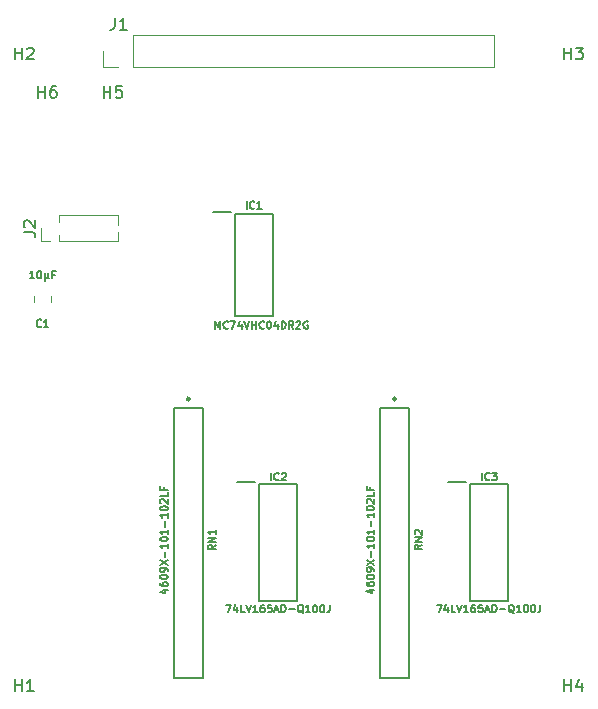
<source format=gbr>
%TF.GenerationSoftware,KiCad,Pcbnew,(6.0.5)*%
%TF.CreationDate,2022-08-15T11:20:58+02:00*%
%TF.ProjectId,Keypad,4b657970-6164-42e6-9b69-6361645f7063,rev?*%
%TF.SameCoordinates,Original*%
%TF.FileFunction,Legend,Top*%
%TF.FilePolarity,Positive*%
%FSLAX46Y46*%
G04 Gerber Fmt 4.6, Leading zero omitted, Abs format (unit mm)*
G04 Created by KiCad (PCBNEW (6.0.5)) date 2022-08-15 11:20:58*
%MOMM*%
%LPD*%
G01*
G04 APERTURE LIST*
%ADD10C,0.150000*%
%ADD11C,0.120000*%
%ADD12C,0.200000*%
%ADD13C,0.254000*%
G04 APERTURE END LIST*
D10*
%TO.C,J2*%
X142207380Y-101333333D02*
X142921666Y-101333333D01*
X143064523Y-101380952D01*
X143159761Y-101476190D01*
X143207380Y-101619047D01*
X143207380Y-101714285D01*
X142302619Y-100904761D02*
X142255000Y-100857142D01*
X142207380Y-100761904D01*
X142207380Y-100523809D01*
X142255000Y-100428571D01*
X142302619Y-100380952D01*
X142397857Y-100333333D01*
X142493095Y-100333333D01*
X142635952Y-100380952D01*
X143207380Y-100952380D01*
X143207380Y-100333333D01*
%TO.C,IC1*%
X161080119Y-99347261D02*
X161080119Y-98712261D01*
X161745357Y-99286785D02*
X161715119Y-99317023D01*
X161624404Y-99347261D01*
X161563928Y-99347261D01*
X161473214Y-99317023D01*
X161412738Y-99256547D01*
X161382500Y-99196071D01*
X161352261Y-99075119D01*
X161352261Y-98984404D01*
X161382500Y-98863452D01*
X161412738Y-98802976D01*
X161473214Y-98742500D01*
X161563928Y-98712261D01*
X161624404Y-98712261D01*
X161715119Y-98742500D01*
X161745357Y-98772738D01*
X162350119Y-99347261D02*
X161987261Y-99347261D01*
X162168690Y-99347261D02*
X162168690Y-98712261D01*
X162108214Y-98802976D01*
X162047738Y-98863452D01*
X161987261Y-98893690D01*
X158419166Y-109507261D02*
X158419166Y-108872261D01*
X158630833Y-109325833D01*
X158842500Y-108872261D01*
X158842500Y-109507261D01*
X159507738Y-109446785D02*
X159477500Y-109477023D01*
X159386785Y-109507261D01*
X159326309Y-109507261D01*
X159235595Y-109477023D01*
X159175119Y-109416547D01*
X159144880Y-109356071D01*
X159114642Y-109235119D01*
X159114642Y-109144404D01*
X159144880Y-109023452D01*
X159175119Y-108962976D01*
X159235595Y-108902500D01*
X159326309Y-108872261D01*
X159386785Y-108872261D01*
X159477500Y-108902500D01*
X159507738Y-108932738D01*
X159719404Y-108872261D02*
X160142738Y-108872261D01*
X159870595Y-109507261D01*
X160656785Y-109083928D02*
X160656785Y-109507261D01*
X160505595Y-108842023D02*
X160354404Y-109295595D01*
X160747500Y-109295595D01*
X160898690Y-108872261D02*
X161110357Y-109507261D01*
X161322023Y-108872261D01*
X161533690Y-109507261D02*
X161533690Y-108872261D01*
X161533690Y-109174642D02*
X161896547Y-109174642D01*
X161896547Y-109507261D02*
X161896547Y-108872261D01*
X162561785Y-109446785D02*
X162531547Y-109477023D01*
X162440833Y-109507261D01*
X162380357Y-109507261D01*
X162289642Y-109477023D01*
X162229166Y-109416547D01*
X162198928Y-109356071D01*
X162168690Y-109235119D01*
X162168690Y-109144404D01*
X162198928Y-109023452D01*
X162229166Y-108962976D01*
X162289642Y-108902500D01*
X162380357Y-108872261D01*
X162440833Y-108872261D01*
X162531547Y-108902500D01*
X162561785Y-108932738D01*
X162954880Y-108872261D02*
X163015357Y-108872261D01*
X163075833Y-108902500D01*
X163106071Y-108932738D01*
X163136309Y-108993214D01*
X163166547Y-109114166D01*
X163166547Y-109265357D01*
X163136309Y-109386309D01*
X163106071Y-109446785D01*
X163075833Y-109477023D01*
X163015357Y-109507261D01*
X162954880Y-109507261D01*
X162894404Y-109477023D01*
X162864166Y-109446785D01*
X162833928Y-109386309D01*
X162803690Y-109265357D01*
X162803690Y-109114166D01*
X162833928Y-108993214D01*
X162864166Y-108932738D01*
X162894404Y-108902500D01*
X162954880Y-108872261D01*
X163710833Y-109083928D02*
X163710833Y-109507261D01*
X163559642Y-108842023D02*
X163408452Y-109295595D01*
X163801547Y-109295595D01*
X164043452Y-109507261D02*
X164043452Y-108872261D01*
X164194642Y-108872261D01*
X164285357Y-108902500D01*
X164345833Y-108962976D01*
X164376071Y-109023452D01*
X164406309Y-109144404D01*
X164406309Y-109235119D01*
X164376071Y-109356071D01*
X164345833Y-109416547D01*
X164285357Y-109477023D01*
X164194642Y-109507261D01*
X164043452Y-109507261D01*
X165041309Y-109507261D02*
X164829642Y-109204880D01*
X164678452Y-109507261D02*
X164678452Y-108872261D01*
X164920357Y-108872261D01*
X164980833Y-108902500D01*
X165011071Y-108932738D01*
X165041309Y-108993214D01*
X165041309Y-109083928D01*
X165011071Y-109144404D01*
X164980833Y-109174642D01*
X164920357Y-109204880D01*
X164678452Y-109204880D01*
X165283214Y-108932738D02*
X165313452Y-108902500D01*
X165373928Y-108872261D01*
X165525119Y-108872261D01*
X165585595Y-108902500D01*
X165615833Y-108932738D01*
X165646071Y-108993214D01*
X165646071Y-109053690D01*
X165615833Y-109144404D01*
X165252976Y-109507261D01*
X165646071Y-109507261D01*
X166250833Y-108902500D02*
X166190357Y-108872261D01*
X166099642Y-108872261D01*
X166008928Y-108902500D01*
X165948452Y-108962976D01*
X165918214Y-109023452D01*
X165887976Y-109144404D01*
X165887976Y-109235119D01*
X165918214Y-109356071D01*
X165948452Y-109416547D01*
X166008928Y-109477023D01*
X166099642Y-109507261D01*
X166160119Y-109507261D01*
X166250833Y-109477023D01*
X166281071Y-109446785D01*
X166281071Y-109235119D01*
X166160119Y-109235119D01*
%TO.C,H5*%
X148988095Y-89952380D02*
X148988095Y-88952380D01*
X148988095Y-89428571D02*
X149559523Y-89428571D01*
X149559523Y-89952380D02*
X149559523Y-88952380D01*
X150511904Y-88952380D02*
X150035714Y-88952380D01*
X149988095Y-89428571D01*
X150035714Y-89380952D01*
X150130952Y-89333333D01*
X150369047Y-89333333D01*
X150464285Y-89380952D01*
X150511904Y-89428571D01*
X150559523Y-89523809D01*
X150559523Y-89761904D01*
X150511904Y-89857142D01*
X150464285Y-89904761D01*
X150369047Y-89952380D01*
X150130952Y-89952380D01*
X150035714Y-89904761D01*
X149988095Y-89857142D01*
%TO.C,IC3*%
X180990119Y-122334261D02*
X180990119Y-121699261D01*
X181655357Y-122273785D02*
X181625119Y-122304023D01*
X181534404Y-122334261D01*
X181473928Y-122334261D01*
X181383214Y-122304023D01*
X181322738Y-122243547D01*
X181292500Y-122183071D01*
X181262261Y-122062119D01*
X181262261Y-121971404D01*
X181292500Y-121850452D01*
X181322738Y-121789976D01*
X181383214Y-121729500D01*
X181473928Y-121699261D01*
X181534404Y-121699261D01*
X181625119Y-121729500D01*
X181655357Y-121759738D01*
X181867023Y-121699261D02*
X182260119Y-121699261D01*
X182048452Y-121941166D01*
X182139166Y-121941166D01*
X182199642Y-121971404D01*
X182229880Y-122001642D01*
X182260119Y-122062119D01*
X182260119Y-122213309D01*
X182229880Y-122273785D01*
X182199642Y-122304023D01*
X182139166Y-122334261D01*
X181957738Y-122334261D01*
X181897261Y-122304023D01*
X181867023Y-122273785D01*
X177195238Y-132875261D02*
X177618571Y-132875261D01*
X177346428Y-133510261D01*
X178132619Y-133086928D02*
X178132619Y-133510261D01*
X177981428Y-132845023D02*
X177830238Y-133298595D01*
X178223333Y-133298595D01*
X178767619Y-133510261D02*
X178465238Y-133510261D01*
X178465238Y-132875261D01*
X178888571Y-132875261D02*
X179100238Y-133510261D01*
X179311904Y-132875261D01*
X179856190Y-133510261D02*
X179493333Y-133510261D01*
X179674761Y-133510261D02*
X179674761Y-132875261D01*
X179614285Y-132965976D01*
X179553809Y-133026452D01*
X179493333Y-133056690D01*
X180400476Y-132875261D02*
X180279523Y-132875261D01*
X180219047Y-132905500D01*
X180188809Y-132935738D01*
X180128333Y-133026452D01*
X180098095Y-133147404D01*
X180098095Y-133389309D01*
X180128333Y-133449785D01*
X180158571Y-133480023D01*
X180219047Y-133510261D01*
X180340000Y-133510261D01*
X180400476Y-133480023D01*
X180430714Y-133449785D01*
X180460952Y-133389309D01*
X180460952Y-133238119D01*
X180430714Y-133177642D01*
X180400476Y-133147404D01*
X180340000Y-133117166D01*
X180219047Y-133117166D01*
X180158571Y-133147404D01*
X180128333Y-133177642D01*
X180098095Y-133238119D01*
X181035476Y-132875261D02*
X180733095Y-132875261D01*
X180702857Y-133177642D01*
X180733095Y-133147404D01*
X180793571Y-133117166D01*
X180944761Y-133117166D01*
X181005238Y-133147404D01*
X181035476Y-133177642D01*
X181065714Y-133238119D01*
X181065714Y-133389309D01*
X181035476Y-133449785D01*
X181005238Y-133480023D01*
X180944761Y-133510261D01*
X180793571Y-133510261D01*
X180733095Y-133480023D01*
X180702857Y-133449785D01*
X181307619Y-133328833D02*
X181610000Y-133328833D01*
X181247142Y-133510261D02*
X181458809Y-132875261D01*
X181670476Y-133510261D01*
X181882142Y-133510261D02*
X181882142Y-132875261D01*
X182033333Y-132875261D01*
X182124047Y-132905500D01*
X182184523Y-132965976D01*
X182214761Y-133026452D01*
X182245000Y-133147404D01*
X182245000Y-133238119D01*
X182214761Y-133359071D01*
X182184523Y-133419547D01*
X182124047Y-133480023D01*
X182033333Y-133510261D01*
X181882142Y-133510261D01*
X182517142Y-133268357D02*
X183000952Y-133268357D01*
X183726666Y-133570738D02*
X183666190Y-133540500D01*
X183605714Y-133480023D01*
X183515000Y-133389309D01*
X183454523Y-133359071D01*
X183394047Y-133359071D01*
X183424285Y-133510261D02*
X183363809Y-133480023D01*
X183303333Y-133419547D01*
X183273095Y-133298595D01*
X183273095Y-133086928D01*
X183303333Y-132965976D01*
X183363809Y-132905500D01*
X183424285Y-132875261D01*
X183545238Y-132875261D01*
X183605714Y-132905500D01*
X183666190Y-132965976D01*
X183696428Y-133086928D01*
X183696428Y-133298595D01*
X183666190Y-133419547D01*
X183605714Y-133480023D01*
X183545238Y-133510261D01*
X183424285Y-133510261D01*
X184301190Y-133510261D02*
X183938333Y-133510261D01*
X184119761Y-133510261D02*
X184119761Y-132875261D01*
X184059285Y-132965976D01*
X183998809Y-133026452D01*
X183938333Y-133056690D01*
X184694285Y-132875261D02*
X184754761Y-132875261D01*
X184815238Y-132905500D01*
X184845476Y-132935738D01*
X184875714Y-132996214D01*
X184905952Y-133117166D01*
X184905952Y-133268357D01*
X184875714Y-133389309D01*
X184845476Y-133449785D01*
X184815238Y-133480023D01*
X184754761Y-133510261D01*
X184694285Y-133510261D01*
X184633809Y-133480023D01*
X184603571Y-133449785D01*
X184573333Y-133389309D01*
X184543095Y-133268357D01*
X184543095Y-133117166D01*
X184573333Y-132996214D01*
X184603571Y-132935738D01*
X184633809Y-132905500D01*
X184694285Y-132875261D01*
X185299047Y-132875261D02*
X185359523Y-132875261D01*
X185420000Y-132905500D01*
X185450238Y-132935738D01*
X185480476Y-132996214D01*
X185510714Y-133117166D01*
X185510714Y-133268357D01*
X185480476Y-133389309D01*
X185450238Y-133449785D01*
X185420000Y-133480023D01*
X185359523Y-133510261D01*
X185299047Y-133510261D01*
X185238571Y-133480023D01*
X185208333Y-133449785D01*
X185178095Y-133389309D01*
X185147857Y-133268357D01*
X185147857Y-133117166D01*
X185178095Y-132996214D01*
X185208333Y-132935738D01*
X185238571Y-132905500D01*
X185299047Y-132875261D01*
X185964285Y-132875261D02*
X185964285Y-133328833D01*
X185934047Y-133419547D01*
X185873571Y-133480023D01*
X185782857Y-133510261D01*
X185722380Y-133510261D01*
%TO.C,RN2*%
X175939261Y-127819452D02*
X175636880Y-128031119D01*
X175939261Y-128182309D02*
X175304261Y-128182309D01*
X175304261Y-127940404D01*
X175334500Y-127879928D01*
X175364738Y-127849690D01*
X175425214Y-127819452D01*
X175515928Y-127819452D01*
X175576404Y-127849690D01*
X175606642Y-127879928D01*
X175636880Y-127940404D01*
X175636880Y-128182309D01*
X175939261Y-127547309D02*
X175304261Y-127547309D01*
X175939261Y-127184452D01*
X175304261Y-127184452D01*
X175364738Y-126912309D02*
X175334500Y-126882071D01*
X175304261Y-126821595D01*
X175304261Y-126670404D01*
X175334500Y-126609928D01*
X175364738Y-126579690D01*
X175425214Y-126549452D01*
X175485690Y-126549452D01*
X175576404Y-126579690D01*
X175939261Y-126942547D01*
X175939261Y-126549452D01*
X171451928Y-131599214D02*
X171875261Y-131599214D01*
X171210023Y-131750404D02*
X171663595Y-131901595D01*
X171663595Y-131508500D01*
X171240261Y-130994452D02*
X171240261Y-131115404D01*
X171270500Y-131175880D01*
X171300738Y-131206119D01*
X171391452Y-131266595D01*
X171512404Y-131296833D01*
X171754309Y-131296833D01*
X171814785Y-131266595D01*
X171845023Y-131236357D01*
X171875261Y-131175880D01*
X171875261Y-131054928D01*
X171845023Y-130994452D01*
X171814785Y-130964214D01*
X171754309Y-130933976D01*
X171603119Y-130933976D01*
X171542642Y-130964214D01*
X171512404Y-130994452D01*
X171482166Y-131054928D01*
X171482166Y-131175880D01*
X171512404Y-131236357D01*
X171542642Y-131266595D01*
X171603119Y-131296833D01*
X171240261Y-130540880D02*
X171240261Y-130480404D01*
X171270500Y-130419928D01*
X171300738Y-130389690D01*
X171361214Y-130359452D01*
X171482166Y-130329214D01*
X171633357Y-130329214D01*
X171754309Y-130359452D01*
X171814785Y-130389690D01*
X171845023Y-130419928D01*
X171875261Y-130480404D01*
X171875261Y-130540880D01*
X171845023Y-130601357D01*
X171814785Y-130631595D01*
X171754309Y-130661833D01*
X171633357Y-130692071D01*
X171482166Y-130692071D01*
X171361214Y-130661833D01*
X171300738Y-130631595D01*
X171270500Y-130601357D01*
X171240261Y-130540880D01*
X171875261Y-130026833D02*
X171875261Y-129905880D01*
X171845023Y-129845404D01*
X171814785Y-129815166D01*
X171724071Y-129754690D01*
X171603119Y-129724452D01*
X171361214Y-129724452D01*
X171300738Y-129754690D01*
X171270500Y-129784928D01*
X171240261Y-129845404D01*
X171240261Y-129966357D01*
X171270500Y-130026833D01*
X171300738Y-130057071D01*
X171361214Y-130087309D01*
X171512404Y-130087309D01*
X171572880Y-130057071D01*
X171603119Y-130026833D01*
X171633357Y-129966357D01*
X171633357Y-129845404D01*
X171603119Y-129784928D01*
X171572880Y-129754690D01*
X171512404Y-129724452D01*
X171240261Y-129512785D02*
X171875261Y-129089452D01*
X171240261Y-129089452D02*
X171875261Y-129512785D01*
X171633357Y-128847547D02*
X171633357Y-128363738D01*
X171875261Y-127728738D02*
X171875261Y-128091595D01*
X171875261Y-127910166D02*
X171240261Y-127910166D01*
X171330976Y-127970642D01*
X171391452Y-128031119D01*
X171421690Y-128091595D01*
X171240261Y-127335642D02*
X171240261Y-127275166D01*
X171270500Y-127214690D01*
X171300738Y-127184452D01*
X171361214Y-127154214D01*
X171482166Y-127123976D01*
X171633357Y-127123976D01*
X171754309Y-127154214D01*
X171814785Y-127184452D01*
X171845023Y-127214690D01*
X171875261Y-127275166D01*
X171875261Y-127335642D01*
X171845023Y-127396119D01*
X171814785Y-127426357D01*
X171754309Y-127456595D01*
X171633357Y-127486833D01*
X171482166Y-127486833D01*
X171361214Y-127456595D01*
X171300738Y-127426357D01*
X171270500Y-127396119D01*
X171240261Y-127335642D01*
X171875261Y-126519214D02*
X171875261Y-126882071D01*
X171875261Y-126700642D02*
X171240261Y-126700642D01*
X171330976Y-126761119D01*
X171391452Y-126821595D01*
X171421690Y-126882071D01*
X171633357Y-126247071D02*
X171633357Y-125763261D01*
X171875261Y-125128261D02*
X171875261Y-125491119D01*
X171875261Y-125309690D02*
X171240261Y-125309690D01*
X171330976Y-125370166D01*
X171391452Y-125430642D01*
X171421690Y-125491119D01*
X171240261Y-124735166D02*
X171240261Y-124674690D01*
X171270500Y-124614214D01*
X171300738Y-124583976D01*
X171361214Y-124553738D01*
X171482166Y-124523500D01*
X171633357Y-124523500D01*
X171754309Y-124553738D01*
X171814785Y-124583976D01*
X171845023Y-124614214D01*
X171875261Y-124674690D01*
X171875261Y-124735166D01*
X171845023Y-124795642D01*
X171814785Y-124825880D01*
X171754309Y-124856119D01*
X171633357Y-124886357D01*
X171482166Y-124886357D01*
X171361214Y-124856119D01*
X171300738Y-124825880D01*
X171270500Y-124795642D01*
X171240261Y-124735166D01*
X171300738Y-124281595D02*
X171270500Y-124251357D01*
X171240261Y-124190880D01*
X171240261Y-124039690D01*
X171270500Y-123979214D01*
X171300738Y-123948976D01*
X171361214Y-123918738D01*
X171421690Y-123918738D01*
X171512404Y-123948976D01*
X171875261Y-124311833D01*
X171875261Y-123918738D01*
X171875261Y-123344214D02*
X171875261Y-123646595D01*
X171240261Y-123646595D01*
X171542642Y-122920880D02*
X171542642Y-123132547D01*
X171875261Y-123132547D02*
X171240261Y-123132547D01*
X171240261Y-122830166D01*
%TO.C,H4*%
X187988095Y-140202380D02*
X187988095Y-139202380D01*
X187988095Y-139678571D02*
X188559523Y-139678571D01*
X188559523Y-140202380D02*
X188559523Y-139202380D01*
X189464285Y-139535714D02*
X189464285Y-140202380D01*
X189226190Y-139154761D02*
X188988095Y-139869047D01*
X189607142Y-139869047D01*
%TO.C,H3*%
X187988095Y-86702380D02*
X187988095Y-85702380D01*
X187988095Y-86178571D02*
X188559523Y-86178571D01*
X188559523Y-86702380D02*
X188559523Y-85702380D01*
X188940476Y-85702380D02*
X189559523Y-85702380D01*
X189226190Y-86083333D01*
X189369047Y-86083333D01*
X189464285Y-86130952D01*
X189511904Y-86178571D01*
X189559523Y-86273809D01*
X189559523Y-86511904D01*
X189511904Y-86607142D01*
X189464285Y-86654761D01*
X189369047Y-86702380D01*
X189083333Y-86702380D01*
X188988095Y-86654761D01*
X188940476Y-86607142D01*
%TO.C,J1*%
X149916666Y-83202380D02*
X149916666Y-83916666D01*
X149869047Y-84059523D01*
X149773809Y-84154761D01*
X149630952Y-84202380D01*
X149535714Y-84202380D01*
X150916666Y-84202380D02*
X150345238Y-84202380D01*
X150630952Y-84202380D02*
X150630952Y-83202380D01*
X150535714Y-83345238D01*
X150440476Y-83440476D01*
X150345238Y-83488095D01*
%TO.C,H6*%
X143438095Y-89952380D02*
X143438095Y-88952380D01*
X143438095Y-89428571D02*
X144009523Y-89428571D01*
X144009523Y-89952380D02*
X144009523Y-88952380D01*
X144914285Y-88952380D02*
X144723809Y-88952380D01*
X144628571Y-89000000D01*
X144580952Y-89047619D01*
X144485714Y-89190476D01*
X144438095Y-89380952D01*
X144438095Y-89761904D01*
X144485714Y-89857142D01*
X144533333Y-89904761D01*
X144628571Y-89952380D01*
X144819047Y-89952380D01*
X144914285Y-89904761D01*
X144961904Y-89857142D01*
X145009523Y-89761904D01*
X145009523Y-89523809D01*
X144961904Y-89428571D01*
X144914285Y-89380952D01*
X144819047Y-89333333D01*
X144628571Y-89333333D01*
X144533333Y-89380952D01*
X144485714Y-89428571D01*
X144438095Y-89523809D01*
%TO.C,H1*%
X141488095Y-140202380D02*
X141488095Y-139202380D01*
X141488095Y-139678571D02*
X142059523Y-139678571D01*
X142059523Y-140202380D02*
X142059523Y-139202380D01*
X143059523Y-140202380D02*
X142488095Y-140202380D01*
X142773809Y-140202380D02*
X142773809Y-139202380D01*
X142678571Y-139345238D01*
X142583333Y-139440476D01*
X142488095Y-139488095D01*
%TO.C,IC2*%
X163142133Y-122344750D02*
X163142133Y-121709750D01*
X163807371Y-122284274D02*
X163777133Y-122314512D01*
X163686418Y-122344750D01*
X163625942Y-122344750D01*
X163535228Y-122314512D01*
X163474752Y-122254036D01*
X163444514Y-122193560D01*
X163414275Y-122072608D01*
X163414275Y-121981893D01*
X163444514Y-121860941D01*
X163474752Y-121800465D01*
X163535228Y-121739989D01*
X163625942Y-121709750D01*
X163686418Y-121709750D01*
X163777133Y-121739989D01*
X163807371Y-121770227D01*
X164049275Y-121770227D02*
X164079514Y-121739989D01*
X164139990Y-121709750D01*
X164291180Y-121709750D01*
X164351656Y-121739989D01*
X164381894Y-121770227D01*
X164412133Y-121830703D01*
X164412133Y-121891179D01*
X164381894Y-121981893D01*
X164019037Y-122344750D01*
X164412133Y-122344750D01*
X159347252Y-132885750D02*
X159770585Y-132885750D01*
X159498442Y-133520750D01*
X160284633Y-133097417D02*
X160284633Y-133520750D01*
X160133442Y-132855512D02*
X159982252Y-133309084D01*
X160375347Y-133309084D01*
X160919633Y-133520750D02*
X160617252Y-133520750D01*
X160617252Y-132885750D01*
X161040585Y-132885750D02*
X161252252Y-133520750D01*
X161463918Y-132885750D01*
X162008204Y-133520750D02*
X161645347Y-133520750D01*
X161826775Y-133520750D02*
X161826775Y-132885750D01*
X161766299Y-132976465D01*
X161705823Y-133036941D01*
X161645347Y-133067179D01*
X162552490Y-132885750D02*
X162431537Y-132885750D01*
X162371061Y-132915989D01*
X162340823Y-132946227D01*
X162280347Y-133036941D01*
X162250109Y-133157893D01*
X162250109Y-133399798D01*
X162280347Y-133460274D01*
X162310585Y-133490512D01*
X162371061Y-133520750D01*
X162492014Y-133520750D01*
X162552490Y-133490512D01*
X162582728Y-133460274D01*
X162612966Y-133399798D01*
X162612966Y-133248608D01*
X162582728Y-133188131D01*
X162552490Y-133157893D01*
X162492014Y-133127655D01*
X162371061Y-133127655D01*
X162310585Y-133157893D01*
X162280347Y-133188131D01*
X162250109Y-133248608D01*
X163187490Y-132885750D02*
X162885109Y-132885750D01*
X162854871Y-133188131D01*
X162885109Y-133157893D01*
X162945585Y-133127655D01*
X163096775Y-133127655D01*
X163157252Y-133157893D01*
X163187490Y-133188131D01*
X163217728Y-133248608D01*
X163217728Y-133399798D01*
X163187490Y-133460274D01*
X163157252Y-133490512D01*
X163096775Y-133520750D01*
X162945585Y-133520750D01*
X162885109Y-133490512D01*
X162854871Y-133460274D01*
X163459633Y-133339322D02*
X163762014Y-133339322D01*
X163399156Y-133520750D02*
X163610823Y-132885750D01*
X163822490Y-133520750D01*
X164034156Y-133520750D02*
X164034156Y-132885750D01*
X164185347Y-132885750D01*
X164276061Y-132915989D01*
X164336537Y-132976465D01*
X164366775Y-133036941D01*
X164397014Y-133157893D01*
X164397014Y-133248608D01*
X164366775Y-133369560D01*
X164336537Y-133430036D01*
X164276061Y-133490512D01*
X164185347Y-133520750D01*
X164034156Y-133520750D01*
X164669156Y-133278846D02*
X165152966Y-133278846D01*
X165878680Y-133581227D02*
X165818204Y-133550989D01*
X165757728Y-133490512D01*
X165667014Y-133399798D01*
X165606537Y-133369560D01*
X165546061Y-133369560D01*
X165576299Y-133520750D02*
X165515823Y-133490512D01*
X165455347Y-133430036D01*
X165425109Y-133309084D01*
X165425109Y-133097417D01*
X165455347Y-132976465D01*
X165515823Y-132915989D01*
X165576299Y-132885750D01*
X165697252Y-132885750D01*
X165757728Y-132915989D01*
X165818204Y-132976465D01*
X165848442Y-133097417D01*
X165848442Y-133309084D01*
X165818204Y-133430036D01*
X165757728Y-133490512D01*
X165697252Y-133520750D01*
X165576299Y-133520750D01*
X166453204Y-133520750D02*
X166090347Y-133520750D01*
X166271775Y-133520750D02*
X166271775Y-132885750D01*
X166211299Y-132976465D01*
X166150823Y-133036941D01*
X166090347Y-133067179D01*
X166846299Y-132885750D02*
X166906775Y-132885750D01*
X166967252Y-132915989D01*
X166997490Y-132946227D01*
X167027728Y-133006703D01*
X167057966Y-133127655D01*
X167057966Y-133278846D01*
X167027728Y-133399798D01*
X166997490Y-133460274D01*
X166967252Y-133490512D01*
X166906775Y-133520750D01*
X166846299Y-133520750D01*
X166785823Y-133490512D01*
X166755585Y-133460274D01*
X166725347Y-133399798D01*
X166695109Y-133278846D01*
X166695109Y-133127655D01*
X166725347Y-133006703D01*
X166755585Y-132946227D01*
X166785823Y-132915989D01*
X166846299Y-132885750D01*
X167451061Y-132885750D02*
X167511537Y-132885750D01*
X167572014Y-132915989D01*
X167602252Y-132946227D01*
X167632490Y-133006703D01*
X167662728Y-133127655D01*
X167662728Y-133278846D01*
X167632490Y-133399798D01*
X167602252Y-133460274D01*
X167572014Y-133490512D01*
X167511537Y-133520750D01*
X167451061Y-133520750D01*
X167390585Y-133490512D01*
X167360347Y-133460274D01*
X167330109Y-133399798D01*
X167299871Y-133278846D01*
X167299871Y-133127655D01*
X167330109Y-133006703D01*
X167360347Y-132946227D01*
X167390585Y-132915989D01*
X167451061Y-132885750D01*
X168116299Y-132885750D02*
X168116299Y-133339322D01*
X168086061Y-133430036D01*
X168025585Y-133490512D01*
X167934871Y-133520750D01*
X167874394Y-133520750D01*
%TO.C,C1*%
X143694666Y-109299285D02*
X143664428Y-109329523D01*
X143573714Y-109359761D01*
X143513238Y-109359761D01*
X143422523Y-109329523D01*
X143362047Y-109269047D01*
X143331809Y-109208571D01*
X143301571Y-109087619D01*
X143301571Y-108996904D01*
X143331809Y-108875952D01*
X143362047Y-108815476D01*
X143422523Y-108755000D01*
X143513238Y-108724761D01*
X143573714Y-108724761D01*
X143664428Y-108755000D01*
X143694666Y-108785238D01*
X144299428Y-109359761D02*
X143936571Y-109359761D01*
X144118000Y-109359761D02*
X144118000Y-108724761D01*
X144057523Y-108815476D01*
X143997047Y-108875952D01*
X143936571Y-108906190D01*
X143101785Y-105252761D02*
X142738928Y-105252761D01*
X142920357Y-105252761D02*
X142920357Y-104617761D01*
X142859880Y-104708476D01*
X142799404Y-104768952D01*
X142738928Y-104799190D01*
X143494880Y-104617761D02*
X143555357Y-104617761D01*
X143615833Y-104648000D01*
X143646071Y-104678238D01*
X143676309Y-104738714D01*
X143706547Y-104859666D01*
X143706547Y-105010857D01*
X143676309Y-105131809D01*
X143646071Y-105192285D01*
X143615833Y-105222523D01*
X143555357Y-105252761D01*
X143494880Y-105252761D01*
X143434404Y-105222523D01*
X143404166Y-105192285D01*
X143373928Y-105131809D01*
X143343690Y-105010857D01*
X143343690Y-104859666D01*
X143373928Y-104738714D01*
X143404166Y-104678238D01*
X143434404Y-104648000D01*
X143494880Y-104617761D01*
X143978690Y-104829428D02*
X143978690Y-105464428D01*
X144281071Y-105162047D02*
X144311309Y-105222523D01*
X144371785Y-105252761D01*
X143978690Y-105162047D02*
X144008928Y-105222523D01*
X144069404Y-105252761D01*
X144190357Y-105252761D01*
X144250833Y-105222523D01*
X144281071Y-105162047D01*
X144281071Y-104829428D01*
X144855595Y-104920142D02*
X144643928Y-104920142D01*
X144643928Y-105252761D02*
X144643928Y-104617761D01*
X144946309Y-104617761D01*
%TO.C,RN1*%
X158461275Y-127829941D02*
X158158894Y-128041608D01*
X158461275Y-128192798D02*
X157826275Y-128192798D01*
X157826275Y-127950893D01*
X157856514Y-127890417D01*
X157886752Y-127860179D01*
X157947228Y-127829941D01*
X158037942Y-127829941D01*
X158098418Y-127860179D01*
X158128656Y-127890417D01*
X158158894Y-127950893D01*
X158158894Y-128192798D01*
X158461275Y-127557798D02*
X157826275Y-127557798D01*
X158461275Y-127194941D01*
X157826275Y-127194941D01*
X158461275Y-126559941D02*
X158461275Y-126922798D01*
X158461275Y-126741369D02*
X157826275Y-126741369D01*
X157916990Y-126801846D01*
X157977466Y-126862322D01*
X158007704Y-126922798D01*
X153973942Y-131609703D02*
X154397275Y-131609703D01*
X153732037Y-131760893D02*
X154185609Y-131912084D01*
X154185609Y-131518989D01*
X153762275Y-131004941D02*
X153762275Y-131125893D01*
X153792514Y-131186369D01*
X153822752Y-131216608D01*
X153913466Y-131277084D01*
X154034418Y-131307322D01*
X154276323Y-131307322D01*
X154336799Y-131277084D01*
X154367037Y-131246846D01*
X154397275Y-131186369D01*
X154397275Y-131065417D01*
X154367037Y-131004941D01*
X154336799Y-130974703D01*
X154276323Y-130944465D01*
X154125133Y-130944465D01*
X154064656Y-130974703D01*
X154034418Y-131004941D01*
X154004180Y-131065417D01*
X154004180Y-131186369D01*
X154034418Y-131246846D01*
X154064656Y-131277084D01*
X154125133Y-131307322D01*
X153762275Y-130551369D02*
X153762275Y-130490893D01*
X153792514Y-130430417D01*
X153822752Y-130400179D01*
X153883228Y-130369941D01*
X154004180Y-130339703D01*
X154155371Y-130339703D01*
X154276323Y-130369941D01*
X154336799Y-130400179D01*
X154367037Y-130430417D01*
X154397275Y-130490893D01*
X154397275Y-130551369D01*
X154367037Y-130611846D01*
X154336799Y-130642084D01*
X154276323Y-130672322D01*
X154155371Y-130702560D01*
X154004180Y-130702560D01*
X153883228Y-130672322D01*
X153822752Y-130642084D01*
X153792514Y-130611846D01*
X153762275Y-130551369D01*
X154397275Y-130037322D02*
X154397275Y-129916369D01*
X154367037Y-129855893D01*
X154336799Y-129825655D01*
X154246085Y-129765179D01*
X154125133Y-129734941D01*
X153883228Y-129734941D01*
X153822752Y-129765179D01*
X153792514Y-129795417D01*
X153762275Y-129855893D01*
X153762275Y-129976846D01*
X153792514Y-130037322D01*
X153822752Y-130067560D01*
X153883228Y-130097798D01*
X154034418Y-130097798D01*
X154094894Y-130067560D01*
X154125133Y-130037322D01*
X154155371Y-129976846D01*
X154155371Y-129855893D01*
X154125133Y-129795417D01*
X154094894Y-129765179D01*
X154034418Y-129734941D01*
X153762275Y-129523274D02*
X154397275Y-129099941D01*
X153762275Y-129099941D02*
X154397275Y-129523274D01*
X154155371Y-128858036D02*
X154155371Y-128374227D01*
X154397275Y-127739227D02*
X154397275Y-128102084D01*
X154397275Y-127920655D02*
X153762275Y-127920655D01*
X153852990Y-127981131D01*
X153913466Y-128041608D01*
X153943704Y-128102084D01*
X153762275Y-127346131D02*
X153762275Y-127285655D01*
X153792514Y-127225179D01*
X153822752Y-127194941D01*
X153883228Y-127164703D01*
X154004180Y-127134465D01*
X154155371Y-127134465D01*
X154276323Y-127164703D01*
X154336799Y-127194941D01*
X154367037Y-127225179D01*
X154397275Y-127285655D01*
X154397275Y-127346131D01*
X154367037Y-127406608D01*
X154336799Y-127436846D01*
X154276323Y-127467084D01*
X154155371Y-127497322D01*
X154004180Y-127497322D01*
X153883228Y-127467084D01*
X153822752Y-127436846D01*
X153792514Y-127406608D01*
X153762275Y-127346131D01*
X154397275Y-126529703D02*
X154397275Y-126892560D01*
X154397275Y-126711131D02*
X153762275Y-126711131D01*
X153852990Y-126771608D01*
X153913466Y-126832084D01*
X153943704Y-126892560D01*
X154155371Y-126257560D02*
X154155371Y-125773750D01*
X154397275Y-125138750D02*
X154397275Y-125501608D01*
X154397275Y-125320179D02*
X153762275Y-125320179D01*
X153852990Y-125380655D01*
X153913466Y-125441131D01*
X153943704Y-125501608D01*
X153762275Y-124745655D02*
X153762275Y-124685179D01*
X153792514Y-124624703D01*
X153822752Y-124594465D01*
X153883228Y-124564227D01*
X154004180Y-124533989D01*
X154155371Y-124533989D01*
X154276323Y-124564227D01*
X154336799Y-124594465D01*
X154367037Y-124624703D01*
X154397275Y-124685179D01*
X154397275Y-124745655D01*
X154367037Y-124806131D01*
X154336799Y-124836369D01*
X154276323Y-124866608D01*
X154155371Y-124896846D01*
X154004180Y-124896846D01*
X153883228Y-124866608D01*
X153822752Y-124836369D01*
X153792514Y-124806131D01*
X153762275Y-124745655D01*
X153822752Y-124292084D02*
X153792514Y-124261846D01*
X153762275Y-124201369D01*
X153762275Y-124050179D01*
X153792514Y-123989703D01*
X153822752Y-123959465D01*
X153883228Y-123929227D01*
X153943704Y-123929227D01*
X154034418Y-123959465D01*
X154397275Y-124322322D01*
X154397275Y-123929227D01*
X154397275Y-123354703D02*
X154397275Y-123657084D01*
X153762275Y-123657084D01*
X154064656Y-122931369D02*
X154064656Y-123143036D01*
X154397275Y-123143036D02*
X153762275Y-123143036D01*
X153762275Y-122840655D01*
%TO.C,H2*%
X141488095Y-86702380D02*
X141488095Y-85702380D01*
X141488095Y-86178571D02*
X142059523Y-86178571D01*
X142059523Y-86702380D02*
X142059523Y-85702380D01*
X142488095Y-85797619D02*
X142535714Y-85750000D01*
X142630952Y-85702380D01*
X142869047Y-85702380D01*
X142964285Y-85750000D01*
X143011904Y-85797619D01*
X143059523Y-85892857D01*
X143059523Y-85988095D01*
X143011904Y-86130952D01*
X142440476Y-86702380D01*
X143059523Y-86702380D01*
D11*
%TO.C,J2*%
X144450000Y-102110000D02*
X143690000Y-102110000D01*
X145210000Y-102110000D02*
X145210000Y-101563471D01*
X145210000Y-99890000D02*
X150225000Y-99890000D01*
X143690000Y-102110000D02*
X143690000Y-101000000D01*
X145210000Y-100436529D02*
X145210000Y-99890000D01*
X150225000Y-100692470D02*
X150225000Y-99890000D01*
X145210000Y-102110000D02*
X150225000Y-102110000D01*
X150225000Y-102110000D02*
X150225000Y-101307530D01*
D12*
%TO.C,IC1*%
X160100000Y-99815000D02*
X163300000Y-99815000D01*
X160100000Y-108465000D02*
X160100000Y-99815000D01*
X163300000Y-108465000D02*
X160100000Y-108465000D01*
X158200000Y-99655000D02*
X159750000Y-99655000D01*
X163300000Y-99815000D02*
X163300000Y-108465000D01*
%TO.C,IC3*%
X183210000Y-132585000D02*
X180010000Y-132585000D01*
X180010000Y-122685000D02*
X183210000Y-122685000D01*
X178110000Y-122515000D02*
X179660000Y-122515000D01*
X183210000Y-122685000D02*
X183210000Y-132585000D01*
X180010000Y-132585000D02*
X180010000Y-122685000D01*
%TO.C,RN2*%
X172375000Y-139040000D02*
X172375000Y-116230000D01*
X174865000Y-139040000D02*
X172375000Y-139040000D01*
X174865000Y-116230000D02*
X174865000Y-139040000D01*
X172375000Y-116230000D02*
X174865000Y-116230000D01*
D13*
X173742235Y-115447765D02*
G75*
G03*
X173742235Y-115447765I-122235J0D01*
G01*
D11*
%TO.C,J1*%
X151490000Y-87330000D02*
X182030000Y-87330000D01*
X150220000Y-87330000D02*
X148890000Y-87330000D01*
X182030000Y-87330000D02*
X182030000Y-84670000D01*
X151490000Y-87330000D02*
X151490000Y-84670000D01*
X151490000Y-84670000D02*
X182030000Y-84670000D01*
X148890000Y-87330000D02*
X148890000Y-86000000D01*
D12*
%TO.C,IC2*%
X160262014Y-122525489D02*
X161812014Y-122525489D01*
X165362014Y-132595489D02*
X162162014Y-132595489D01*
X165362014Y-122695489D02*
X165362014Y-132595489D01*
X162162014Y-122695489D02*
X165362014Y-122695489D01*
X162162014Y-132595489D02*
X162162014Y-122695489D01*
D11*
%TO.C,C1*%
X144562500Y-106752248D02*
X144562500Y-107274752D01*
X143092500Y-106752248D02*
X143092500Y-107274752D01*
D12*
%TO.C,RN1*%
X154897014Y-116240489D02*
X157387014Y-116240489D01*
X157387014Y-139050489D02*
X154897014Y-139050489D01*
X154897014Y-139050489D02*
X154897014Y-116240489D01*
X157387014Y-116240489D02*
X157387014Y-139050489D01*
D13*
X156264249Y-115458254D02*
G75*
G03*
X156264249Y-115458254I-122235J0D01*
G01*
%TD*%
M02*

</source>
